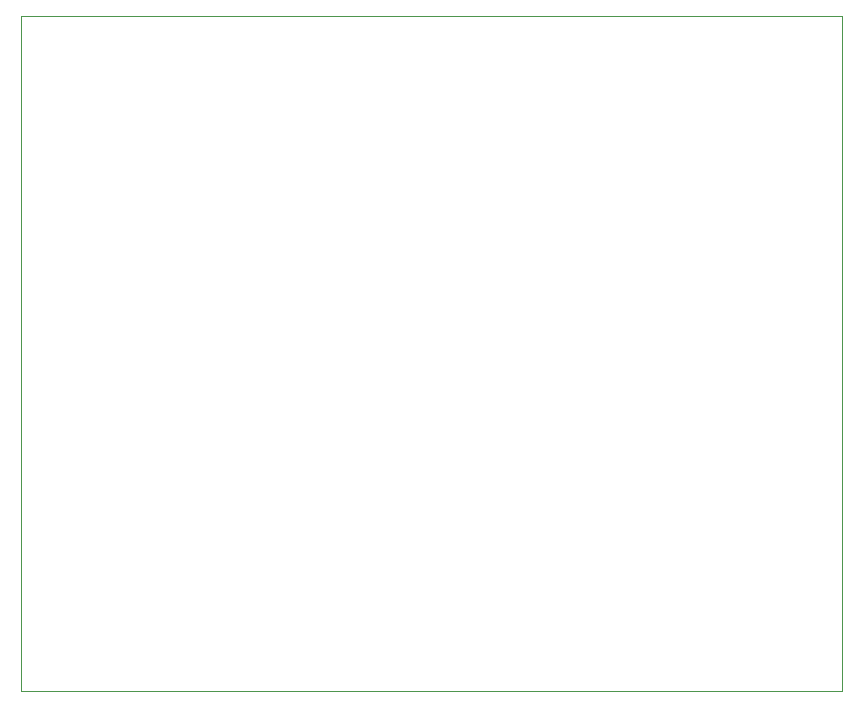
<source format=gko>
G75*
G70*
%OFA0B0*%
%FSLAX24Y24*%
%IPPOS*%
%LPD*%
%AMOC8*
5,1,8,0,0,1.08239X$1,22.5*
%
%ADD10C,0.0000*%
D10*
X000100Y000550D02*
X000100Y023046D01*
X027470Y023046D01*
X027470Y000550D01*
X000100Y000550D01*
M02*

</source>
